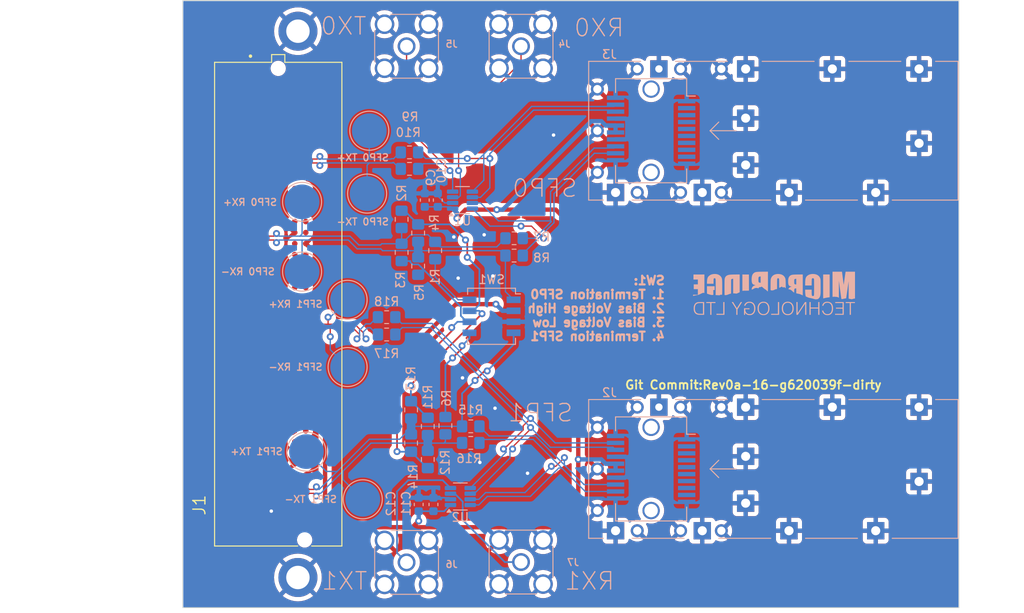
<source format=kicad_pcb>
(kicad_pcb (version 20240108) (generator "pcbnew") (generator_version "8.0")
  (layers (0 "F.Cu" signal) (31 "B.Cu" signal) (34 "B.Paste" user) (35 "F.Paste" user) (36 "B.SilkS" user "B.Silkscreen") (37 "F.SilkS" user "F.Silkscreen") (38 "B.Mask" user) (39 "F.Mask" user) (44 "Edge.Cuts" user))
  (net 0 "")
  (net 34 "/lvds_0_rx_N")
  (net 35 "GND")
  (net 36 "/FMC_LA09_N")
  (net 37 "/lvds_0_tx_N")
  (net 38 "/FMC_LA19_N")
  (net 52 "/FMC_LA19_P")
  (net 56 "/lvds_0_tx_P")
  (net 57 "/lvds_0_rx_P")
  (net 77 "/FMC_LA09_P")
  (net 94 "/lvds_1_rx_P")
  (net 95 "/lvds_1_rx_N")
  (net 96 "/lvds_1_tx_P")
  (net 97 "/lvds_1_tx_N")
  (net 98 "+3.3VA")
  (net 99 "+3V3")
  (net 100 "VADJ")
  (net 111 "/RX0")
  (net 112 "/TX0")
  (net 113 "/TX1")
  (net 114 "/RX1")
  (net 115 "/FMC_LA02_P")
  (net 116 "/FMC_LA02_N")
  (net 117 "/FMC_LA32_P")
  (net 118 "/FMC_LA32_N")
  (net 125 "/bias_hi")
  (net 126 "/bias_lo")
  (net 127 "Net-(R1-Pad1)")
  (net 128 "Net-(R6-Pad1)")
  (footprint "MountingHole:MountingHole_2.7mm_M2.5_ISO14580_Pad" (layer "F.Cu") (at 63.274 48.524)
    (property "Reference" "H1" (hide yes))
    (property "Value" "MountingHole_Pad")
  )
  (footprint "MountingHole:MountingHole_2.7mm_M2.5_ISO14580_Pad" (layer "F.Cu") (at 63.27 111.52)
    (property "Reference" "H2" (hide yes))
    (property "Value" "MountingHole_Pad")
  )
  (footprint "project:SAMTEC_ASP-134604-01" (layer "F.Cu") (at 61 80 90)
    (property "Reference" "J1")
    (property "Value" "ASP-134604-01")
  )
  (footprint "Connector_Coaxial:SMA_Amphenol_132134_Vertical" (layer "B.Cu") (at 89 109.74 180)
    (property "Reference" "J7")
    (property "Value" "132134")
  )
  (footprint "TestPoint:TestPoint_Pad_D4.0mm" (layer "B.Cu") (at 71.25 67.25 180)
    (property "Reference" "TP4" (hide yes))
    (property "Value" "SFP0 TX-")
  )
  (footprint "Resistor_SMD:R_0805_2012Metric_Pad1.20x1.40mm_HandSolder" (layer "B.Cu") (at 80.279 94.013 -90)
    (property "Reference" "R6")
    (property "Value" "100")
  )
  (footprint "TestPoint:TestPoint_Pad_D4.0mm" (layer "B.Cu") (at 63.75 68.2 180)
    (property "Reference" "TP1" (hide yes))
    (property "Value" "SFP0 RX+")
  )
  (footprint "Package_TO_SOT_SMD:SOT-23-8" (layer "B.Cu") (at 82.25 68)
    (property "Reference" "U1")
    (property "Value" "MAX9113EKA_TT")
  )
  (footprint "Resistor_SMD:R_0805_2012Metric_Pad1.20x1.40mm_HandSolder" (layer "B.Cu") (at 77.134996 75.61 -90)
    (property "Reference" "R5")
    (property "Value" "10k")
  )
  (footprint "Connector_Coaxial:SMA_Amphenol_132134_Vertical" (layer "B.Cu") (at 89 50.26 180)
    (property "Reference" "J4")
    (property "Value" "132134")
  )
  (footprint "Resistor_SMD:R_0805_2012Metric_Pad1.20x1.40mm_HandSolder" (layer "B.Cu") (at 76.32 92.191 -90)
    (property "Reference" "R13")
    (property "Value" "10k")
  )
  (footprint "Resistor_SMD:R_0805_2012Metric_Pad1.20x1.40mm_HandSolder" (layer "B.Cu") (at 75.229996 74.032 -90)
    (property "Reference" "R3")
    (property "Value" "10k")
  )
  (footprint "Resistor_SMD:R_0805_2012Metric_Pad1.20x1.40mm_HandSolder" (layer "B.Cu") (at 78.247 97.906 -90)
    (property "Reference" "R12")
    (property "Value" "10k")
  )
  (footprint "Resistor_SMD:R_0805_2012Metric_Pad1.20x1.40mm_HandSolder" (layer "B.Cu") (at 83.2 94.09)
    (property "Reference" "R15")
    (property "Value" "0")
  )
  (footprint "Resistor_SMD:R_0805_2012Metric_Pad1.20x1.40mm_HandSolder" (layer "B.Cu") (at 75.229996 70.222 -90)
    (property "Reference" "R2")
    (property "Value" "10k")
  )
  (footprint "project:SFP_and_Cage" (layer "B.Cu") (at 97.8 99 180)
    (property "Reference" "J2")
    (property "Value" "SFP+")
  )
  (footprint "TestPoint:TestPoint_Pad_D4.0mm" (layer "B.Cu") (at 69 79.5 180)
    (property "Reference" "TP5" (hide yes))
    (property "Value" "SFP1 RX+")
  )
  (footprint "TestPoint:TestPoint_Pad_D4.0mm" (layer "B.Cu") (at 69 87.25 180)
    (property "Reference" "TP6" (hide yes))
    (property "Value" "SFP1 RX-")
  )
  (footprint "Button_Switch_SMD:SW_DIP_SPSTx04_Slide_Copal_CHS-04A_W5.08mm_P1.27mm_JPin" (layer "B.Cu") (at 85.6 81.4 180)
    (property "Reference" "SW1")
    (property "Value" "SW_DIP_x04")
  )
  (footprint "project:SFP_and_Cage" (layer "B.Cu") (at 97.8 60 180)
    (property "Reference" "J3")
    (property "Value" "SFP+")
  )
  (footprint "Resistor_SMD:R_0805_2012Metric_Pad1.20x1.40mm_HandSolder" (layer "B.Cu") (at 76.134996 62.495)
    (property "Reference" "R9")
    (property "Value" "0")
  )
  (footprint "TestPoint:TestPoint_Pad_D4.0mm" (layer "B.Cu") (at 71.5 60 180)
    (property "Reference" "TP3" (hide yes))
    (property "Value" "SFP0 TX+")
  )
  (footprint "Capacitor_SMD:C_0603_1608Metric" (layer "B.Cu") (at 79.4 68 90)
    (property "Reference" "C10")
    (property "Value" "1n")
  )
  (footprint "Resistor_SMD:R_0805_2012Metric_Pad1.20x1.40mm_HandSolder" (layer "B.Cu") (at 76.32 96.017 -90)
    (property "Reference" "R14")
    (property "Value" "10k")
  )
  (footprint "TestPoint:TestPoint_Pad_D4.0mm" (layer "B.Cu") (at 64.25 97 180)
    (property "Reference" "TP7" (hide yes))
    (property "Value" "SFP1 TX+")
  )
  (footprint "Connector_Coaxial:SMA_Amphenol_132134_Vertical" (layer "B.Cu") (at 75.8 50.26 180)
    (property "Reference" "J5")
    (property "Value" "132134")
  )
  (footprint "project:Microridge_logo" (layer "B.Cu") (at 118.15 78.78 180)
    (property "Reference" "G***" (hide yes))
    (property "Value" "LOGO" (hide yes))
  )
  (footprint "Capacitor_SMD:C_0603_1608Metric" (layer "B.Cu") (at 77.2 103.1 90)
    (property "Reference" "C12")
    (property "Value" "1n")
  )
  (footprint "Resistor_SMD:R_0805_2012Metric_Pad1.20x1.40mm_HandSolder" (layer "B.Cu") (at 73.5 83.5)
    (property "Reference" "R17")
    (property "Value" "0")
  )
  (footprint "Resistor_SMD:R_0805_2012Metric_Pad1.20x1.40mm_HandSolder" (layer "B.Cu") (at 77.134996 71.8 -90)
    (property "Reference" "R4")
    (property "Value" "10k")
  )
  (footprint "Capacitor_SMD:C_0603_1608Metric" (layer "B.Cu") (at 77.9 68 90)
    (property "Reference" "C9")
    (property "Value" ".1u")
  )
  (footprint "Resistor_SMD:R_0805_2012Metric_Pad1.20x1.40mm_HandSolder" (layer "B.Cu") (at 73.5 81.5)
    (property "Reference" "R18")
    (property "Value" "0")
  )
  (footprint "TestPoint:TestPoint_Pad_D4.0mm" (layer "B.Cu") (at 70.75 102.5 180)
    (property "Reference" "TP8" (hide yes))
    (property "Value" "SFP1 TX-")
  )
  (footprint "Resistor_SMD:R_0805_2012Metric_Pad1.20x1.40mm_HandSolder" (layer "B.Cu") (at 78.247 94.096 -90)
    (property "Reference" "R11")
    (property "Value" "10k")
  )
  (footprint "Resistor_SMD:R_0805_2012Metric_Pad1.20x1.40mm_HandSolder" (layer "B.Cu") (at 88.2 72.4)
    (property "Reference" "R7")
    (property "Value" "0")
  )
  (footprint "Capacitor_SMD:C_0603_1608Metric" (layer "B.Cu") (at 78.9 103.1 90)
    (property "Reference" "C11")
    (property "Value" ".1u")
  )
  (footprint "Connector_Coaxial:SMA_Amphenol_132134_Vertical" (layer "B.Cu") (at 75.8 109.78 180)
    (property "Reference" "J6")
    (property "Value" "132134")
  )
  (footprint "TestPoint:TestPoint_Pad_D4.0mm" (layer "B.Cu") (at 63.75 76.25)
    (property "Reference" "TP2" (hide yes))
    (property "Value" "SFP0 RX-")
  )
  (footprint "Resistor_SMD:R_0805_2012Metric_Pad1.20x1.40mm_HandSolder" (layer "B.Cu") (at 83.2 96)
    (property "Reference" "R16")
    (property "Value" "0")
  )
  (footprint "Resistor_SMD:R_0805_2012Metric_Pad1.20x1.40mm_HandSolder" (layer "B.Cu") (at 79.099996 73.82 90)
    (property "Reference" "R1")
    (property "Value" "100")
  )
  (footprint "Resistor_SMD:R_0805_2012Metric_Pad1.20x1.40mm_HandSolder" (layer "B.Cu") (at 88.2 74.4)
    (property "Reference" "R8")
    (property "Value" "0")
  )
  (footprint "Resistor_SMD:R_0805_2012Metric_Pad1.20x1.40mm_HandSolder" (layer "B.Cu") (at 76.134996 64.4)
    (property "Reference" "R10")
    (property "Value" "0")
  )
  (footprint "Package_TO_SOT_SMD:SOT-23-8" (layer "B.Cu") (at 81.999996 102.18)
    (property "Reference" "U2")
    (property "Value" "MAX9113EKA_TT")
  )
  (gr_rect (start 50 45) (end 139.5 115) (stroke (width 0.1)) (fill none) (layer "Edge.Cuts"))
  (gr_text "RX1" (at 99.9 113.1 0) (layer "B.SilkS") (effects (font (size 2 2)) (justify left bottom mirror)))
  (gr_text "RX0" (at 101 49.3 0) (layer "B.SilkS") (effects (font (size 2 2)) (justify left bottom mirror)))
  (gr_text "TX1" (at 71.4 113.1 0) (layer "B.SilkS") (effects (font (size 2 2)) (justify left bottom mirror)))
  (gr_text "TX0" (at 71.3 49.1 0) (layer "B.SilkS") (effects (font (size 2 2)) (justify left bottom mirror)))
  (gr_text "SFP1" (at 95.1 93.7 0) (layer "B.SilkS") (effects (font (size 2 2)) (justify left bottom mirror)))
  (gr_text "SW1:\n1. Termination SFP0\n2. Bias Voltage High\n3. Bias Voltage Low\n4. Termination SFP1" (at 105.7 84.3 0) (layer "B.SilkS") (effects (font (size 1 1) (thickness 0.25) (bold yes)) (justify left bottom mirror)))
  (gr_text "SFP0\n" (at 95.6 67.8 0) (layer "B.SilkS") (effects (font (size 2 2)) (justify left bottom mirror)))
  (gr_text "Git Commit:Rev0a-16-g620039f-dirty" (at 100.9 89.9 0) (layer "F.SilkS") (effects (font (size 1 1) (thickness 0.2) (bold yes)) (justify left bottom)))
  (segment (start 90.2 71) (end 91.6 72.4) (width 0.15) (layer "F.Cu") (net 34))
  (segment (start 89 71) (end 90.2 71) (width 0.15) (layer "F.Cu") (net 34))
  (via (at 89 71) (size 0.8) (drill 0.4) (layers "F.Cu" "B.Cu") (net 34))
  (via (at 91.6 72.4) (size 0.8) (drill 0.4) (layers "F.Cu" "B.Cu") (net 34))
  (segment (start 97.458578 62.6) (end 92.8 67.258578) (width 0.15) (layer "B.Cu") (net 34))
  (segment (start 91.6 72.4) (end 91.6 71.8) (width 0.15) (layer "B.Cu") (net 34))
  (segment (start 92.8 70.6) (end 91.6 71.8) (width 0.15) (layer "B.Cu") (net 34))
  (segment (start 89.2 74.2) (end 89.2 74.4) (width 0.15) (layer "B.Cu") (net 34))
  (segment (start 92.8 67.258578) (end 92.8 70.6) (width 0.15) (layer "B.Cu") (net 34))
  (segment (start 91.6 71.8) (end 89.2 74.2) (width 0.15) (layer "B.Cu") (net 34))
  (segment (start 99.9 62.6) (end 97.458578 62.6) (width 0.15) (layer "B.Cu") (net 34))
  (segment (start 83.3875 68.975) (end 85.4125 71) (width 0.15) (layer "B.Cu") (net 34))
  (segment (start 85.4125 71) (end 89 71) (width 0.15) (layer "B.Cu") (net 34))
  (segment (start 57.825 102.225) (end 59.095 100.955) (width 0.25) (layer "F.Cu") (net 35))
  (segment (start 62.2 104.06) (end 62.2 102.93) (width 0.25) (layer "F.Cu") (net 35))
  (segment (start 59.095 103.495) (end 59.83 103.495) (width 0.25) (layer "F.Cu") (net 35))
  (segment (start 64.175 103.495) (end 62.905 102.225) (width 0.2) (layer "F.Cu") (net 35))
  (segment (start 59.83 103.495) (end 60.2 103.865) (width 0.25) (layer "F.Cu") (net 35))
  (segment (start 62.2 102.93) (end 62.905 102.225) (width 0.25) (layer "F.Cu") (net 35))
  (segment (start 57.825 99.685) (end 59.095 100.955) (width 0.25) (layer "F.Cu") (net 35))
  (segment (start 62.905 104.765) (end 62.2 104.06) (width 0.25) (layer "F.Cu") (net 35))
  (via (at 84.75 72) (size 0.8) (drill 0.4) (layers "F.Cu" "B.Cu") (net 35))
  (via (at 89.75 99.5) (size 0.8) (drill 0.4) (layers "F.Cu" "B.Cu") (net 35))
  (via (at 84.25 98.25) (size 0.8) (drill 0.4) (layers "F.Cu" "B.Cu") (net 35))
  (via (at 86 92) (size 0.8) (drill 0.4) (layers "F.Cu" "B.Cu") (net 35))
  (via (at 92.75 60.5) (size 0.8) (drill 0.4) (layers "F.Cu" "B.Cu") (net 35))
  (via (at 81.75 77) (size 0.8) (drill 0.4) (layers "F.Cu" "B.Cu") (net 35))
  (via (at 82.25 88.5) (size 0.8) (drill 0.4) (layers "F.Cu" "B.Cu") (net 35))
  (via (at 85.75 76.75) (size 0.8) (drill 0.4) (layers "F.Cu" "B.Cu") (net 35))
  (via (at 60.2 103.865) (size 0.8) (drill 0.4) (layers "F.Cu" "B.Cu") (net 35))
  (via (at 81.25 72.25) (size 0.8) (drill 0.4) (layers "F.Cu" "B.Cu") (net 35))
  (segment (start 99.9 58.6) (end 101.05 58.6) (width 0.5) (layer "B.Cu") (net 35))
  (segment (start 101.05 61) (end 99.9 61) (width 0.5) (layer "B.Cu") (net 35))
  (segment (start 77.2 102.325) (end 80.682496 102.325) (width 0.2) (layer "B.Cu") (net 35))
  (segment (start 77.9 67.225) (end 79.099997 67.225) (width 0.15) (layer "B.Cu") (net 35))
  (segment (start 101.05 97.6) (end 101.25 97.8) (width 0.5) (layer "B.Cu") (net 35))
  (segment (start 80.199997 68.325) (end 81.1125 68.325) (width 0.15) (layer "B.Cu") (net 35))
  (segment (start 101.25 97.8) (end 101.25 99.75) (width 0.5) (layer "B.Cu") (net 35))
  (segment (start 80.682496 102.325) (end 80.862496 102.505) (width 0.2) (layer "B.Cu") (net 35))
  (segment (start 101.25 99.75) (end 101 100) (width 0.5) (layer "B.Cu") (net 35))
  (segment (start 79.099997 67.225) (end 80.199997 68.325) (width 0.15) (layer "B.Cu") (net 35))
  (segment (start 101.25 60.8) (end 101.05 61) (width 0.5) (layer "B.Cu") (net 35))
  (segment (start 101.05 58.6) (end 101.25 58.8) (width 0.5) (layer "B.Cu") (net 35))
  (segment (start 101 100) (end 99.9 100) (width 0.5) (layer "B.Cu") (net 35))
  (segment (start 101.25 58.8) (end 101.25 60.8) (width 0.5) (layer "B.Cu") (net 35))
  (segment (start 99.9 97.6) (end 101.05 97.6) (width 0.5) (layer "B.Cu") (net 35))
  (segment (start 60.500001 72.605001) (end 60.8 72.905) (width 0.15) (layer "F.Cu") (net 36))
  (segment (start 59.504999 72.605001) (end 60.500001 72.605001) (width 0.15) (layer "F.Cu") (net 36))
  (segment (start 59.095 73.015) (end 59.504999 72.605001) (width 0.15) (layer "F.Cu") (net 36))
  (via (at 60.8 72.905) (size 0.8) (drill 0.4) (layers "F.Cu" "B.Cu") (net 36))
  (segment (start 77.134996 72.8) (end 77.134996 74.61) (width 1) (layer "B.Cu") (net 36))
  (segment (start 69.086801 72.605001) (end 70.1068 73.625) (width 0.15) (layer "B.Cu") (net 36))
  (segment (start 86.632 73.832) (end 87.2 74.4) (width 0.15) (layer "B.Cu") (net 36))
  (segment (start 61.099999 72.605001) (end 63.75 72.605001) (width 0.15) (layer "B.Cu") (net 36))
  (segment (start 73.032 73.832) (end 86.632 73.832) (width 0.15) (layer "B.Cu") (net 36))
  (segment (start 60.8 72.905) (end 61.099999 72.605001) (width 0.15) (layer "B.Cu") (net 36))
  (segment (start 72.825 73.625) (end 73.032 73.832) (width 0.15) (layer "B.Cu") (net 36))
  (segment (start 87.2 78.555) (end 88.14 79.495) (width 0.15) (layer "B.Cu") (net 36))
  (segment (start 63.75 72.605001) (end 69.086801 72.605001) (width 0.15) (layer "B.Cu") (net 36))
  (segment (start 87.2 74.4) (end 87.2 78.555) (width 0.15) (layer "B.Cu") (net 36))
  (segment (start 70.1068 73.625) (end 72.825 73.625) (width 0.15) (layer "B.Cu") (net 36))
  (segment (start 63.75 76.25) (end 63.75 72.605001) (width 0.15) (layer "B.Cu") (net 36))
  (segment (start 83.611912 63.8) (end 84.705956 62.705956) (width 0.15) (layer "B.Cu") (net 37))
  (segment (start 77.134996 64.4) (end 77.734996 63.8) (width 0.15) (layer "B.Cu") (net 37))
  (segment (start 99.9 57) (end 99.7 57.2) (width 0.15) (layer "B.Cu") (net 37))
  (segment (start 77.734996 63.8) (end 83.611912 63.8) (width 0.15) (layer "B.Cu") (net 37))
  (segment (start 99.7 57.2) (end 90.211912 57.2) (width 0.15) (layer "B.Cu") (net 37))
  (segment (start 84.705956 65.706544) (end 84.705956 62.705956) (width 0.15) (layer "B.Cu") (net 37))
  (segment (start 90.211912 57.2) (end 84.705956 62.705956) (width 0.15) (layer "B.Cu") (net 37))
  (segment (start 83.3875 67.025) (end 84.705956 65.706544) (width 0.15) (layer "B.Cu") (net 37))
  (segment (start 69.646801 82.765001) (end 70.374999 83.493199) (width 0.15) (layer "F.Cu") (net 38))
  (segment (start 67 83.75) (end 67 82.765001) (width 0.15) (layer "F.Cu") (net 38))
  (segment (start 64.584999 82.765001) (end 67 82.765001) (width 0.15) (layer "F.Cu") (net 38))
  (segment (start 67 82.765001) (end 69.646801 82.765001) (width 0.15) (layer "F.Cu") (net 38))
  (segment (start 70.374999 83.700001) (end 70.075 84) (width 0.15) (layer "F.Cu") (net 38))
  (segment (start 70.374999 83.493199) (end 70.374999 83.700001) (width 0.15) (layer "F.Cu") (net 38))
  (segment (start 64.175 83.175) (end 64.584999 82.765001) (width 0.15) (layer "F.Cu") (net 38))
  (via (at 70.075 84) (size 0.8) (drill 0.4) (layers "F.Cu" "B.Cu") (net 38))
  (via (at 67 83.75) (size 0.8) (drill 0.4) (layers "F.Cu" "B.Cu") (net 38))
  (segment (start 69 87.25) (end 67 85.25) (width 0.15) (layer "B.Cu") (net 38))
  (segment (start 70.374999 83.700001) (end 70.374999 83.006801) (width 0.15) (layer "B.Cu") (net 38))
  (segment (start 72.4 81.5) (end 72.5 81.5) (width 0.15) (layer "B.Cu") (net 38))
  (segment (start 71.625 82.275) (end 72.4 81.5) (width 0.15) (layer "B.Cu") (net 38))
  (segment (start 70.374999 83.006801) (end 71.1068 82.275) (width 0.15) (layer "B.Cu") (net 38))
  (segment (start 67 85.25) (end 67 83.75) (width 0.15) (layer "B.Cu") (net 38))
  (segment (start 70.075 84) (end 70.374999 83.700001) (width 0.15) (layer "B.Cu") (net 38))
  (segment (start 71.1068 82.275) (end 71.625 82.275) (width 0.15) (layer "B.Cu") (net 38))
  (segment (start 66.75 82.314999) (end 69.833199 82.314999) (width 0.15) (layer "F.Cu") (net 52))
  (segment (start 64.175 81.905) (end 64.584999 82.314999) (width 0.15) (layer "F.Cu") (net 52))
  (segment (start 70.825001 83.700001) (end 71.125 84) (width 0.15) (layer "F.Cu") (net 52))
  (segment (start 64.584999 82.314999) (end 66.75 82.314999) (width 0.15) (layer "F.Cu") (net 52))
  (segment (start 69.833199 82.314999) (end 70.825001 83.306801) (width 0.15) (layer "F.Cu") (net 52))
  (segment (start 70.825001 83.306801) (end 70.825001 83.700001) (width 0.15) (layer "F.Cu") (net 52))
  (segment (start 66.75 81.5) (end 66.75 82.314999) (width 0.15) (layer "F.Cu") (net 52))
  (via (at 66.75 81.5) (size 0.8) (drill 0.4) (layers "F.Cu" "B.Cu") (net 52))
  (via (at 71.125 84) (size 0.8) (drill 0.4) (layers "F.Cu" "B.Cu") (net 52))
  (segment (start 69 79.5) (end 67 81.5) (width 0.15) (layer "B.Cu") (net 52))
  (segment (start 67 81.5) (end 66.75 81.5) (width 0.15) (layer "B.Cu") (net 52))
  (segment (start 71.625 82.725) (end 72.4 83.5) (width 0.15) (layer "B.Cu") (net 52))
  (segment (start 70.825001 83.193199) (end 71.2932 82.725) (width 0.15) (layer "B.Cu") (net 52))
  (segment (start 71.125 84) (end 70.825001 83.700001) (width 0.15) (layer "B.Cu") (net 52))
  (segment (start 72.4 83.5) (end 72.5 83.5) (width 0.15) (layer "B.Cu") (net 52))
  (segment (start 71.2932 82.725) (end 71.625 82.725) (width 0.15) (layer "B.Cu") (net 52))
  (segment (start 70.825001 83.700001) (end 70.825001 83.193199) (width 0.15) (layer "B.Cu") (net 52))
  (segment (start 82.8 63.2) (end 85.4 63.2) (width 0.15) (layer "F.Cu") (net 56))
  (via (at 82.8 63.2) (size 0.8) (drill 0.4) (layers "F.Cu" "B.Cu") (net 56))
  (via (at 85.4 63.2) (size 0.8) (drill 0.4) (layers "F.Cu" "B.Cu") (net 56))
  (segment (start 90.436912 57.625) (end 85.530956 62.530956) (width 0.15) (layer "B.Cu") (net 56))
  (segment (start 85.4 66.6) (end 84.325 67.675) (width 0.15) (layer "B.Cu") (net 56))
  (segment (start 78 63.2) (end 82.8 63.2) (width 0.15) (layer "B.Cu") (net 56))
  (segment (start 84.325 67.675) (end 83.3875 67.675) (width 0.15) (layer "B.Cu") (net 56))
  (segment (start 99.725 57.625) (end 90.436912 57.625) (width 0.15) (layer "B.Cu") (net 56))
  (segment (start 85.4 62.661912) (end 85.530956 62.530956) (width 0.15) (layer "B.Cu") (net 56))
  (segment (start 77.134996 62.495) (end 77.295 62.495) (width 0.15) (layer "B.Cu") (net 56))
  (segment (start 77.295 62.495) (end 78 63.2) (width 0.15) (layer "B.Cu") (net 56))
  (segment (start 85.4 63.2) (end 85.4 62.661912) (width 0.15) (layer "B.Cu") (net 56))
  (segment (start 85.4 63.2) (end 85.4 66.6) (width 0.15) (layer "B.Cu") (net 56))
  (segment (start 99.9 57.8) (end 99.725 57.625) (width 0.15) (layer "B.Cu") (net 56))
  (segment (start 92.4 67.02221) (end 92.4 70.4) (width 0.15) (layer "B.Cu") (net 57))
  (segment (start 92.481802 70.481802) (end 90.563603 72.4) (width 0.15) (layer "B.Cu") (net 57))
  (segment (start 92.4 70.4) (end 92.481802 70.481802) (width 0.15) (layer "B.Cu") (net 57))
  (segment (start 86.4 70.4) (end 92.4 70.4) (width 0.15) (layer "B.Cu") (net 57))
  (segment (start 97.42221 62) (end 92.4 67.02221) (width 0.15) (layer "B.Cu") (net 57))
  (segment (start 90.563603 72.4) (end 89.2 72.4) (width 0.15) (layer "B.Cu") (net 57))
  (segment (start 83.3875 68.325) (end 84.325 68.325) (width 0.15) (layer "B.Cu") (net 57))
  (segment (start 99.7 62) (end 97.42221 62) (width 0.15) (layer "B.Cu") (net 57))
  (segment (start 99.9 61.8) (end 99.7 62) (width 0.15) (layer "B.Cu") (net 57))
  (segment (start 84.325 68.325) (end 86.4 70.4) (width 0.15) (layer "B.Cu") (net 57))
  (segment (start 60.500001 72.154999) (end 60.8 71.855) (width 0.15) (layer "F.Cu") (net 77))
  (segment (start 59.504999 72.154999) (end 60.500001 72.154999) (width 0.15) (layer "F.Cu") (net 77))
  (segment (start 59.095 71.745) (end 59.504999 72.154999) (width 0.15) (layer "F.Cu") (net 77))
  (via (at 60.8 71.855) (size 0.8) (drill 0.4) (layers "F.Cu" "B.Cu") (net 77))
  (segment (start 75.229996 71.222) (end 75.229996 73.032) (width 0.15) (layer "B.Cu") (net 77))
  (segment (start 63.75 71.904999) (end 63.5 72.154999) (width 0.15) (layer "B.Cu") (net 77))
  (segment (start 60.8 71.855) (end 61.099999 72.154999) (width 0.15) (layer "B.Cu") (net 77))
  (segment (start 69.273199 72.154999) (end 70.2932 73.175) (width 0.15) (layer "B.Cu") (net 77))
  (segment (start 61.099999 72.154999) (end 63.5 72.154999) (width 0.15) (layer "B.Cu") (net 77))
  (segment (start 63.5 72.154999) (end 69.273199 72.154999) (width 0.15) (layer "B.Cu") (net 77))
  (segment (start 79.679996 73.4) (end 86.2 73.4) (width 0.15) (layer "B.Cu") (net 77))
  (segment (start 70.2932 73.175) (end 72.8 73.175) (width 0.15) (layer "B.Cu") (net 77))
  (segment (start 72.943 73.032) (end 72.8 73.175) (width 0.15) (layer "B.Cu") (net 77))
  (segment (start 86.2 73.4) (end 87.2 72.4) (width 0.15) (layer "B.Cu") (net 77))
  (segment (start 76.261996 72) (end 78.279996 72) (width 0.15) (layer "B.Cu") (net 77))
  (segment (start 63.75 68.2) (end 63.75 71.904999) (width 0.15) (layer "B.Cu") (net 77))
  (segment (start 78.279996 72) (end 79.099996 72.82) (width 0.15) (layer "B.Cu") (net 77))
  (segment (start 75.229996 73.032) (end 76.261996 72) (width 0.15) (layer "B.Cu") (net 77))
  (segment (start 75.229996 73.032) (end 72.943 73.032) (width 0.15) (layer "B.Cu") (net 77))
  (segment (start 79.099996 72.82) (end 79.679996 73.4) (width 0.15) (layer "B.Cu") (net 77))
  (segment (start 92.5 98.7) (end 93 98.7) (width 0.15) (layer "F.Cu") (net 94))
  (segment (start 93 98.7) (end 94 97.7) (width 0.15) (layer "F.Cu") (net 94))
  (via (at 94 97.7) (size 0.8) (drill 0.4) (layers "F.Cu" "B.Cu") (net 94))
  (via (at 92.5 98.7) (size 0.8) (drill 0.4) (layers "F.Cu" "B.Cu") (net 94))
  (segment (start 89.45678 101.72502) (end 92.4409 98.7409) (width 0.15) (layer "B.Cu") (net 94))
  (segment (start 83.137496 102.505) (end 84.131247 102.505) (width 0.15) (layer "B.Cu") (net 94))
  (segment (start 92.4409 98.7409) (end 92.5818 98.6) (width 0.15) (layer "B.Cu") (net 94))
  (segment (start 96.257536 100.8) (end 99.9 100.8) (width 0.15) (layer "B.Cu") (net 94))
  (segment (start 85.31 95.2) (end 90.657536 95.2) (width 0.15) (layer "B.Cu") (net 94))
  (segment (start 92.5 98.6818) (end 92.5 98.7) (width 0.15) (layer "B.Cu") (net 94))
  (segment (start 92.5818 98.6) (end 92.5 98.6818) (width 0.15) (layer "B.Cu") (net 94))
  (segment (start 94 98.542464) (end 94.178768 98.721232) (width 0.15) (layer "B.Cu") (net 94))
  (segment (start 84.911227 101.72502) (end 89.45678 101.72502) (width 0.15) (layer "B.Cu") (net 94))
  (segment (start 94 97.7) (end 94 98.542464) (width 0.15) (layer "B.Cu") (net 94))
  (segment (start 90.657536 95.2) (end 94.178768 98.721232) (width 0.15) (layer "B.Cu") (net 94))
  (segment (start 84.131247 102.505) (end 84.911227 101.72502) (width 0.15) (layer "B.Cu") (net 94))
  (segment (start 84.2 94.09) (end 85.31 95.2) (width 0.15) (layer "B.Cu") (net 94))
  (segment (start 94.178768 98.721232) (end 96.257536 100.8) (width 0.15) (layer "B.Cu") (net 94))
  (segment (start 90.4 95.6) (end 93.7 98.9) (width 0.15) (layer "B.Cu") (net 95))
  (segment (start 84.131247 103.155) (end 85.111247 102.175) (width 0.15) (layer "B.Cu") (net 95))
  (segment (start 85.111247 102.175) (end 90.072068 102.175) (width 0.15) (layer "B.Cu") (net 95))
  (segment (start 84.2 96) (end 84.6 95.6) (width 0.15) (layer "B.Cu") (net 95))
  (segment (start 83.137496 103.155) (end 84.131247 103.155) (width 0.15) (layer "B.Cu") (net 95))
  (segment (start 93.7 98.9) (end 93.347068 98.9) (width 0.15) (layer "B.Cu") (net 95))
  (segment (start 90.072068 102.175) (end 92.938847 99.308221) (width 0.15) (layer "B.Cu") (net 95))
  (segment (start 84.6 95.6) (end 90.4 95.6) (width 0.15) (layer "B.Cu") (net 95))
  (segment (start 96.4 101.6) (end 99.9 101.6) (width 0.15) (layer "B.Cu") (net 95))
  (segment (start 93.347068 98.9) (end 92.938847 99.308221) (width 0.15) (layer "B.Cu") (net 95))
  (segment (start 93.7 98.9) (end 96.4 101.6) (width 0.15) (layer "B.Cu") (net 95))
  (segment (start 88.025 96.7) (end 88.025 96.475) (width 0.15) (layer "F.Cu") (net 96))
  (segment (start 88.025 96.475) (end 90.1 94.4) (width 0.15) (layer "F.Cu") (net 96))
  (segment (start 90.1 94.4) (end 90.1 94.225) (width 0.15) (layer "F.Cu") (net 96))
  (via (at 90.1 94.225) (size 0.8) (drill 0.4) (layers "F.Cu" "B.Cu") (net 96))
  (via (at 88.025 96.7) (size 0.8) (drill 0.4) (layers "F.Cu" "B.Cu") (net 96))
  (segment (start 92.3818 96.5) (end 78.5818 82.7) (width 0.15) (layer "B.Cu") (net 96))
  (segment (start 75.3 82.7) (end 74.6 83.4) (width 0.15) (layer "B.Cu") (net 96))
  (segment (start 83.337496 101.655) (end 83.81308 101.655) (width 0.15) (layer "B.Cu") (net 96))
  (segment (start 78.5818 82.7) (end 75.3 82.7) (width 0.15) (layer "B.Cu") (net 96))
  (segment (start 99.9 96.8) (end 99.6 96.5) (width 0.15) (layer "B.Cu") (net 96))
  (segment (start 83.81308 101.655) (end 87.725001 97.743079) (width 0.15) (layer "B.Cu") (net 96))
  (segment (start 87.725001 96.999999) (end 88.025 96.7) (width 0.15) (layer "B.Cu") (net 96))
  (segment (start 99.6 96.5) (end 92.3818 96.5) (width 0.15) (layer "B.Cu") (net 96))
  (segment (start 87.725001 97.743079) (end 87.725001 96.999999) (width 0.15) (layer "B.Cu") (net 96))
  (segment (start 83.137496 101.855) (end 83.337496 101.655) (width 0.15) (layer "B.Cu") (net 96))
  (segment (start 87.349999 96.400001) (end 89.25 94.5) (width 0.15) (layer "F.Cu") (net 97))
  (segment (start 89.25 94.5) (end 89.25 94.025) (width 0.15) (layer "F.Cu") (net 97))
  (segment (start 87.274999 96.400001) (end 87.349999 96.400001) (width 0.15) (layer "F.Cu") (net 97))
  (segment (start 86.975 96.7) (end 87.274999 96.400001) (width 0.15) (layer "F.Cu") (net 97))
  (segment (start 89.25 94.025) (end 90.1 93.175) (width 0.15) (layer "F.Cu") (net 97))
  (via (at 90.1 93.175) (size 0.8) (drill 0.4) (layers "F.Cu" "B.Cu") (net 97))
  (via (at 86.975 96.7) (size 0.8) (drill 0.4) (layers "F.Cu" "B.Cu") (net 97))
  (segment (start 92.935661 96) (end 90.410661 93.475) (width 0.15) (layer "B.Cu") (net 97))
  (segment (start 87.274999 97.0811) (end 87.274999 96.999999) (width 0.15) (layer "B.Cu") (net 97))
  (segment (start 87.274999 96.999999) (end 86.975 96.7) (width 0.15) (layer "B.Cu") (net 97))
  (segment (start 83.151099 101.205) (end 87.274999 97.0811) (width 0.15) (layer "B.Cu") (net 97))
  (segment (start 78.7407 82.2225) (end 75.2225 82.2225) (width 0.15) (layer "B.Cu") (net 97))
  (segment (start 75.2225 82.2225) (end 74.6 81.6) (width 0.15) (layer "B.Cu") (net 97))
  (segment (start 83.137496 101.205) (end 83.151099 101.205) (width 0.15) (layer "B.Cu") (net 97))
  (segment (start 74.6 81.6) (end 74.6 81.495) (width 0.15) (layer "B.Cu") (net 97))
  (segment (start 99.9 96) (end 92.935661 96) (width 0.15) (layer "B.Cu") (net 97))
  (segment (start 89.9932 93.475) (end 78.7407 82.2225) (width 0.15) (layer "B.Cu") (net 97))
  (segment (start 90.410661 93.475) (end 89.9932 93.475) (width 0.15) (layer "B.Cu") (net 97))
  (segment (start 59.095 102.225) (end 57.825 103.495) (width 0.5) (layer "F.Cu") (net 99))
  (segment (start 93 69.1) (end 86.2 69.1) (width 0.5) (layer "F.Cu") (net 99))
  (segment (start 59.843 100.433) (end 59.095 99.685) (width 0.5) (layer "F.Cu") (net 99))
  (segment (start 76.475 105.725) (end 77.2 105) (width 0.5) (layer "F.Cu") (net 99))
  (segment (start 82.6 69.1) (end 81.6 70.1) (width 0.5) (layer "F.Cu") (net 99))
  (segment (start 73.9 105.725) (end 76.475 105.725) (width 0.5) (layer "F.Cu") (net 99))
  (segment (start 94.1 69.6) (end 93.5 69.6) (width 0.5) (layer "F.Cu") (net 99))
  (segment (start 59.843 101.477) (end 59.843 100.433) (width 0.5) (layer "F.Cu") (net 99))
  (segment (start 61.165 104.765) (end 62 105.6) (width 0.5) (layer "F.Cu") (net 99))
  (segment (start 61.895 105.725) (end 73.9 105.725) (width 0.5) (layer "F.Cu") (net 99))
  (segment (start 62 105.62) (end 61.895 105.725) (width 0.5) (layer "F.Cu") (net 99))
  (segment (start 59.095 104.765) (end 61.165 104.765) (width 0.5) (layer "F.Cu") (net 99))
  (segment (start 95.6 71.1) (end 94.1 69.6) (width 0.5) (layer "F.Cu") (net 99))
  (segment (start 62 105.6) (end 62 105.62) (width 0.5) (layer "F.Cu") (net 99))
  (segment (start 57.825 103.495) (end 59.095 104.765) (width 0.5) (layer "F.Cu") (net 99))
  (segment (start 86.2 69.1) (end 82.6 69.1) (width 0.5) (layer "F.Cu") (net 99))
  (segment (start 95.6 97.9) (end 95.6 103.9) (width 0.5) (layer "F.Cu") (net 99))
  (segment (start 95.6 103.9) (end 93.775 105.725) (width 0.5) (layer "F.Cu") (net 99))
  (segment (start 93.775 105.725) (end 73.9 105.725) (width 0.5) (layer "F.Cu") (net 99))
  (segment (start 93.5 69.6) (end 93 69.1) (width 0.5) (layer "F.Cu") (net 99))
  (segment (start 59.095 102.225) (end 59.843 101.477) (width 0.5) (layer "F.Cu") (net 99))
  (segment (start 95.6 97.9) (end 95.6 71.1) (width 0.5) (layer "F.Cu") (net 99))
  (via (at 86.2 69.1) (size 0.8) (drill 0.4) (layers "F.Cu" "B.Cu") (net 99))
  (via (at 81.6 70.1) (size 0.8) (drill 0.4) (layers "F.Cu" "B.Cu") (net 99))
  (via (at 77.2 105) (size 0.8) (drill 0.4) (layers "F.Cu" "B.Cu") (net 99))
  (via (at 95.6 97.9) (size 0.8) (drill 0.4) (layers "F.Cu" "B.Cu") (net 99))
  (segment (start 81.6 70.1) (end 81.6 69.4625) (width 0.5) (layer "B.Cu") (net 99))
  (segment (start 87.7 68.3) (end 86.9 69.1) (width 0.5) (layer "B.Cu") (net 99))
  (segment (start 80.9125 68.775) (end 81.1125 68.975) (width 0.15) (layer "B.Cu") (net 99))
  (segment (start 86.9 69.1) (end 86.2 69.1) (width 0.5) (layer "B.Cu") (net 99))
  (segment (start 99.9 98.4) (end 98.755635 98.4) (width 0.5) (layer "B.Cu") (net 99))
  (segment (start 99.9 60.2) (end 99.9 59.4) (width 0.5) (layer "B.Cu") (net 99))
  (segment (start 77.2 103.875) (end 77.2 105) (width 0.5) (layer "B.Cu") (net 99))
  (segment (start 98.255635 97.9) (end 95.6 97.9) (width 0.5) (layer "B.Cu") (net 99))
  (segment (start 99.9 59.4) (end 98.755635 59.4) (width 0.5) (layer "B.Cu") (net 99))
  (segment (start 81.6 69.4625) (end 81.1125 68.975) (width 0.5) (layer "B.Cu") (net 99))
  (segment (start 80.142496 103.875) (end 80.862496 103.155) (width 0.2) (layer "B.Cu") (net 99))
  (segment (start 98.255635 58.9) (end 97.1 58.9) (width 0.5) (layer "B.Cu") (net 99))
  (segment (start 98.755635 98.4) (end 98.255635 97.9) (width 0.5) (layer "B.Cu") (net 99))
  (segment (start 99.9 98.4) (end 99.9 99.2) (width 0.5) (layer "B.Cu") (net 99))
  (segment (start 77.2 103.875) (end 80.142496 103.875) (width 0.2) (layer "B.Cu") (net 99))
  (segment (start 98.755635 59.4) (end 98.255635 58.9) (width 0.5) (layer "B.Cu") (net 99))
  (segment (start 77.9 68.775) (end 80.9125 68.775) (width 0.15) (layer "B.Cu") (net 99))
  (segment (start 97.1 58.9) (end 87.7 68.3) (width 0.5) (layer "B.Cu") (net 99))
  (segment (start 64.49 105.08) (end 66.1 105.08) (width 0.5) (layer "F.Cu") (net 100))
  (segment (start 66.4 95.1) (end 80.2 81.3) (width 0.5) (layer "F.Cu") (net 100))
  (segment (start 62.905 103.495) (end 64.175 104.765) (width 0.5) (layer "F.Cu") (net 100))
  (segment (start 66.1 105.08) (end 66.4 104.78) (width 0.5) (layer "F.Cu") (net 100))
  (segment (start 64.175 104.765) (end 64.49 105.08) (width 0.5) (layer "F.Cu") (net 100))
  (segment (start 81.5 80) (end 86.1 80) (width 0.5) (layer "F.Cu") (net 100))
  (segment (start 66.4 104.78) (end 66.4 99.956156) (width 0.5) (layer "F.Cu") (net 100))
  (segment (start 80.2 81.3) (end 81.5 80) (width 0.5) (layer "F.Cu") (net 100))
  (segment (start 66.4 99.956156) (end 66.4 95.1) (width 0.5) (layer "F.Cu") (net 100))
  (via (at 86.1 80) (size 0.8) (drill 0.4) (layers "F.Cu" "B.Cu") (net 100))
  (segment (start 86.865 80.765) (end 88.14 80.765) (width 0.5) (layer "B.Cu") (net 100))
  (segment (start 86.1 80) (end 86.865 80.765) (width 0.5) (layer "B.Cu") (net 100))
  (segment (start 81.8 59.298478) (end 89 52.098478) (width 0.15) (layer "F.Cu") (net 111))
  (segment (start 89 52.098478) (end 89 50.26) (width 0.15) (layer "F.Cu") (net 111))
  (segment (start 81.8 64.6) (end 81.8 59.298478) (width 0.15) (layer "F.Cu") (net 111))
  (via (at 81.8 64.6) (size 0.8) (drill 0.4) (layers "F.Cu" "B.Cu") (net 111))
  (segment (start 82 67.5) (end 82 64.8) (width 0.15) (layer "B.Cu") (net 111))
  (segment (start 81.825 67.675) (end 82 67.5) (width 0.15) (layer "B.Cu") (net 111))
  (segment (start 81.1125 67.675) (end 81.825 67.675) (width 0.15) (layer "B.Cu") (net 111))
  (segment (start 82 64.8) (end 81.8 64.6) (width 0.15) (layer "B.Cu") (net 111))
  (segment (start 80.8 64.6) (end 75.8 59.6) (width 0.15) (layer "F.Cu") (net 112))
  (segment (start 75.8 59.6) (end 75.8 50.26) (width 0.15) (layer "F.Cu") (net 112))
  (via (at 80.8 64.6) (size 0.8) (drill 0.4) (layers "F.Cu" "B.Cu") (net 112))
  (segment (start 81.1125 64.9125) (end 80.8 64.6) (width 0.15) (layer "B.Cu") (net 112))
  (segment (start 81.1125 67.025) (end 81.1125 64.9125) (width 0.15) (layer "B.Cu") (net 112))
  (segment (start 74.7 108.68) (end 75.8 109.78) (width 0.2) (layer "B.Cu") (net 113))
  (segment (start 76 100.3) (end 74.7 101.6) (width 0.2) (layer "B.Cu") (net 113))
  (segment (start 79.957496 100.3) (end 76 100.3) (width 0.2) (layer "B.Cu") (net 113))
  (segment (start 74.7 101.6) (end 74.7 108.68) (width 0.2) (layer "B.Cu") (net 113))
  (segment (start 80.862496 101.205) (end 79.957496 100.3) (width 0.2) (layer "B.Cu") (net 113))
  (segment (start 87.126167 109.74) (end 89 109.74) (width 0.2) (layer "B.Cu") (net 114))
  (segment (start 81.361912 101.855) (end 82.274996 102.768084) (width 0.2) (layer "B.Cu") (net 114))
  (segment (start 80.862496 101.855) (end 81.361912 101.855) (width 0.2) (layer "B.Cu") (net 114))
  (segment (start 82.274996 104.888829) (end 87.126167 109.74) (width 0.2) (layer "B.Cu") (net 114))
  (segment (start 82.274996 102.768084) (end 82.274996 104.888829) (width 0.2) (layer "B.Cu") (net 114))
  (segment (start 64.175 62.855) (end 64.584999 63.264999) (width 0.15) (layer "F.Cu") (net 115))
  (segment (start 65.500001 63.264999) (end 65.8 62.965) (width 0.15) (layer "F.Cu") (net 115))
  (segment (start 64.584999 63.264999) (end 65.500001 63.264999) (width 0.15) (layer "F.Cu") (net 115))
  (via (at 65.8 62.965) (size 0.8) (drill 0.4) (layers "F.Cu" "B.Cu") (net 115))
  (segment (start 65.8 62.965) (end 66.1 63.265) (width 0.15) (layer "B.Cu") (net 115))
  (segment (start 71.5 60) (end 71.5 63.265) (width 0.15) (layer "B.Cu") (net 115))
  (segment (start 71.5 63.265) (end 74 63.265) (width 0.15) (layer "B.Cu") (net 115))
  (segment (start 74 63.265) (end 74.0425 63.2225) (width 0.15) (layer "B.Cu") (net 115))
  (segment (start 74.0425 63.2225) (end 74.307496 63.2225) (width 0.15) (layer "B.Cu") (net 115))
  (segment (start 75.034996 62.495) (end 75.134996 62.495) (width 0.15) (layer "B.Cu") (net 115))
  (segment (start 66.1 63.265) (end 71.5 63.265) (width 0.15) (layer "B.Cu") (net 115))
  (segment (start 74.307496 63.2225) (end 75.034996 62.495) (width 0.15) (layer "B.Cu") (net 115))
  (segment (start 65.500001 63.715001) (end 65.8 64.015) (width 0.15) (layer "F.Cu") (net 116))
  (segment (start 64.175 64.125) (end 64.584999 63.715001) (width 0.15) (layer "F.Cu") (net 116))
  (segment (start 64.584999 63.715001) (end 65.500001 63.715001) (width 0.15) (layer "F.Cu") (net 116))
  (via (at 65.8 64.015) (size 0.8) (drill 0.4) (layers "F.Cu" "B.Cu") (net 116))
  (segment (start 74.172206 63.715) (end 74.214706 63.6725) (width 0.15) (layer "B.Cu") (net 116))
  (segment (start 71.25 63.965) (end 71.5 63.715) (width 0.15) (layer "B.Cu") (net 116))
  (segment (start 74.214706 63.6725) (end 74.307496 63.6725) (width 0.15) (layer "B.Cu") (net 116))
  (segment (start 71.25 67.25) (end 71.25 63.965) (width 0.15) (layer "B.Cu") (net 116))
  (segment (start 74.307496 63.6725) (end 75.034996 64.4) (width 0.15) (layer "B.Cu") (net 116))
  (segment (start 71.5 63.715) (end 74.172206 63.715) (width 0.15) (layer "B.Cu") (net 116))
  (segment (start 65.8 64.015) (end 66.1 63.715) (width 0.15) (layer "B.Cu") (net 116))
  (segment (start 66.1 63.715) (end 71.5 63.715) (width 0.15) (layer "B.Cu") (net 116))
  (segment (start 75.034996 64.4) (end 75.134996 64.4) (width 0.15) (layer "B.Cu") (net 116))
  (segment (start 64.175 100.955) (end 64.584999 101.364999) (width 0.15) (layer "F.Cu") (net 117))
  (segment (start 84.8 87.7) (end 83.7 88.8) (width 0.2) (layer "F.Cu") (net 117))
  (segment (start 85.1 87.7) (end 84.8 87.7) (width 0.2) (layer "F.Cu") (net 117))
  (segment (start 65.100001 101.364999) (end 65.4 101.065) (width 0.15) (layer "F.Cu") (net 117))
  (segment (start 64.584999 101.364999) (end 65.100001 101.364999) (width 0.15) (layer "F.Cu") (net 117))
  (via (at 83.7 88.8) (size 0.8) (drill 0.4) (layers "F.Cu" "B.Cu") (net 117))
  (via (at 65.4 101.065) (size 0.8) (drill 0.4) (layers "F.Cu" "B.Cu") (net 117))
  (via (at 85.1 87.7) (size 0.8) (drill 0.4) (layers "F.Cu" "B.Cu") (net 117))
  (segment (start 83.7 88.8) (end 82.2 90.3) (width 0.2) (layer "B.Cu") (net 117))
  (segment (start 88.14 83.305) (end 88.14 84.66) (width 0.2) (layer "B.Cu") (net 117))
  (segment (start 67.7909 99.2909) (end 71.5068 95.575) (width 0.15) (layer "B.Cu") (net 117))
  (segment (start 66.5409 99.2909) (end 67.7909 99.2909) (width 0.15) (layer "B.Cu") (net 117))
  (segment (start 71.5068 95.575) (end 75 95.575) (width 0.15) (layer "B.Cu") (net 117))
  (segment (start 76.32 93.191) (end 76.32 95.017) (width 1) (layer "B.Cu") (net 117))
  (segment (start 82.2 94.09) (end 76.485 94.09) (width 0.15) (layer "B.Cu") (net 117))
  (segment (start 65.716801 101.364999) (end 67.7909 99.2909) (width 0.15) (layer "B.Cu") (net 117))
  (segment (start 76.485 94.09) (end 75 95.575) (width 0.15) (layer "B.Cu") (net 117))
  (segment (start 88.14 84.66) (end 85.1 87.7) (width 0.2) (layer "B.Cu") (net 117))
  (segment (start 65.4 101.065) (end 65.699999 101.364999) (width 0.15) (layer "B.Cu") (net 117))
  (segment (start 64.25 97) (end 66.5409 99.2909) (width 0.15) (layer "B.Cu") (net 117))
  (segment (start 65.699999 101.364999) (end 65.716801 101.364999) (width 0.15) (layer "B.Cu") (net 117))
  (segment (start 82.2 90.3) (end 82.2 94.09) (width 0.2) (layer "B.Cu") (net 117))
  (segment (start 65.100001 101.815001) (end 65.4 102.115) (width 0.15) (layer "F.Cu") (net 118))
  (segment (start 64.584999 101.815001) (end 65.100001 101.815001) (width 0.15) (layer "F.Cu") (net 118))
  (segment (start 64.175 102.225) (end 64.584999 101.815001) (width 0.15) (layer "F.Cu") (net 118))
  (via (at 65.4 102.115) (size 0.8) (drill 0.4) (layers "F.Cu" "B.Cu") (net 118))
  (segment (start 68.4841 99.2341) (end 71.6932 96.025) (width 0.15) (layer "B.Cu") (net 118))
  (segment (start 70.75 102.5) (end 68.4841 100.2341) (width 0.15) (layer "B.Cu") (net 118))
  (segment (start 80.1 96.025) (end 81.625 96.025) (width 0.15) (layer "B.Cu") (net 118))
  (segment (start 80.279 95.013) (end 80.279 95.846) (width 0.15) (layer "B.Cu") (net 118))
  (segment (start 75 96.025) (end 80.1 96.025) (width 0.15) (layer "B.Cu") (net 118))
  (segment (start 68.4841 100.2341) (end 68.4841 99.2341) (width 0.15) (layer "B.Cu") (net 118))
  (segment (start 78.247 95.096) (end 78.247 96.906) (width 1) (layer "B.Cu") (net 118))
  (segment (start 80.279 95.846) (end 80.1 96.025) (width 0.15) (layer "B.Cu") (net 118))
  (segment (start 65.699999 101.815001) (end 65.903199 101.815001) (width 0.15) (layer "B.Cu") (net 118))
  (segment (start 65.903199 101.815001) (end 68.4841 99.2341) (width 0.15) (layer "B.Cu") (net 118))
  (segment (start 65.4 102.115) (end 65.699999 101.815001) (width 0.15) (layer "B.Cu") (net 118))
  (segment (start 71.6932 96.025) (end 75 96.025) (width 0.15) (layer "B.Cu") (net 118))
  (segment (start 81.625 96.025) (end 82.2 96.6) (width 0.15) (layer "B.Cu") (net 118))
  (segment (start 82.8 74.6) (end 82.8 72.8) (width 0.2) (layer "F.Cu") (net 125))
  (segment (start 84.5 81.1) (end 76.3 89.3) (width 0.2) (layer "F.Cu") (net 125))
  (segment (start 82.8 72.8) (end 82.6 72.6) (width 0.2) (layer "F.Cu") (net 125))
  (segment (start 76.3 89.3) (end 76.3 89.4) (width 0.2) (layer "F.Cu") (net 125))
  (via (at 84.5 81.1) (size 0.8) (drill 0.4) (layers "F.Cu" "B.Cu") (net 125))
  (via (at 82.8 74.6) (size 0.8) (drill 0.4) (layers "F.Cu" "B.Cu") (net 125))
  (via (at 82.6 72.6) (size 0.8) (drill 0.4) (layers "F.Cu" "B.Cu") (net 125))
  (via (at 76.3 89.4) (size 0.8) (drill 0.4) (layers "F.Cu" "B.Cu") (net 125))
  (segment (start 78.247 93.096) (end 76.342 91.191) (width 0.2) (layer "B.Cu") (net 125))
  (segment (start 75.229996 69.222) (end 75.556996 69.222) (width 0.2) (layer "B.Cu") (net 125))
  (segment (start 84.165 80.765) (end 84.5 81.1) (width 0.2) (layer "B.Cu") (net 125))
  (segment (start 83.06 80.765) (end 83.48 80.765) (width 0.2) (layer "B.Cu") (net 125))
  (segment (start 76.342 91.191) (end 76.32 91.191) (width 0.2) (layer "B.Cu") (net 125))
  (segment (start 76.3 89.4) (end 76.3 91.171) (width 0.2) (layer "B.Cu") (net 125))
  (segment (start 83.06 80.765) (end 84.165 80.765) (width 0.2) (layer "B.Cu") (net 125))
  (segment (start 75.556996 69.222) (end 77.134996 70.8) (width 0.2) (layer "B.Cu") (net 125))
  (segment (start 80.8 70.8) (end 77.134996 70.8) (width 0.2) (layer "B.Cu") (net 125))
  (segment (start 84.2 80.045) (end 84.2 76) (width 0.2) (layer "B.Cu") (net 125))
  (segment (start 76.3 91.171) (end 76.32 91.191) (width 0.2) (layer "B.Cu") (net 125))
  (segment (start 82.6 72.6) (end 80.8 70.8) (width 0.2) (layer "B.Cu") (net 125))
  (segment (start 83.48 80.765) (end 84.2 80.045) (width 0.2) (layer "B.Cu") (net 125))
  (segment (start 84.2 76) (end 82.8 74.6) (width 0.2) (layer "B.Cu") (net 125))
  (segment (start 81 83.1) (end 81 82.7) (width 0.2) (layer "F.Cu") (net 126))
  (segment (start 74.7 89.4) (end 75.6 88.5) (width 0.2) (layer "F.Cu") (net 126))
  (segment (start 75.6 88.5) (end 81 83.1) (width 0.2) (layer "F.Cu") (net 126))
  (segment (start 74.7 97) (end 74.7 89.4) (width 0.2) (layer "F.Cu") (net 126))
  (via (at 81 82.7) (size 0.8) (drill 0.4) (layers "F.Cu" "B.Cu") (net 126))
  (via (at 74.7 97) (size 0.8) (drill 0.4) (layers "F.Cu" "B.Cu") (net 126))
  (segment (start 78.209 98.906) (end 76.32 97.017) (width 0.2) (layer "B.Cu") (net 126))
  (segment (start 76.32 97.017) (end 74.717 97.017) (width 0.2) (layer "B.Cu") (net 126))
  (segment (start 75.229996 75.032) (end 75.556996 75.032) (width 0.2) (layer "B.Cu") (net 126))
  (segment (start 82.06 81.345) (end 82.75 82.035) (width 0.2) (layer "B.Cu") (net 126))
  (segment (start 82.75 82.035) (end 83.06 82.035) (width 0.2) (layer "B.Cu") (net 126))
  (segment (start 74.717 97.017) (end 74.7 97) (width 0.2) (layer "B.Cu") (net 126))
  (segment (start 75.229996 75.032) (end 76.234996 75.032) (width 0.2) (layer "B.Cu") (net 126))
  (segment (start 81.665 82.035) (end 83.06 82.035) (width 0.2) (layer "B.Cu") (net 126))
  (segment (start 81 82.7) (end 81.665 82.035) (width 0.2) (layer "B.Cu") (net 126))
  (segment (start 76.491672 75.41) (end 77.16 75.41) (width 0.2) (layer "B.Cu") (net 126))
  (segment (start 82.06 80.31) (end 82.06 81.345) (width 0.2) (layer "B.Cu") (net 126))
  (segment (start 76.234996 75.153324) (end 76.491672 75.41) (width 0.2) (layer "B.Cu") (net 126))
  (segment (start 76.234996 75.032) (end 76.234996 75.153324) (width 0.2) (layer "B.Cu") (net 126))
  (segment (start 77.16 75.41) (end 82.06 80.31) (width 0.2) (layer "B.Cu") (net 126))
  (segment (start 78.247 98.906) (end 78.209 98.906) (width 0.2) (layer "B.Cu") (net 126))
  (segment (start 79.099996 76.849996) (end 81.745 79.495) (width 0.15) (layer "B.Cu") (net 127))
  (segment (start 81.745 79.495) (end 83.06 79.495) (width 0.15) (layer "B.Cu") (net 127))
  (segment (start 79.099996 74.82) (end 79.099996 76.849996) (width 0.15) (layer "B.Cu") (net 127))
  (segment (start 82.2 85.1) (end 81.1 86.2) (width 0.2) (layer "F.Cu") (net 128))
  (segment (start 82.2 84.8) (end 82.2 85.1) (width 0.2) (layer "F.Cu") (net 128))
  (via (at 82.2 84.8) (size 0.8) (drill 0.4) (layers "F.Cu" "B.Cu") (net 128))
  (via (at 81.1 86.2) (size 0.8) (drill 0.4) (layers "F.Cu" "B.Cu") (net 128))
  (segment (start 81.1 86.2) (end 80.279 87.021) (width 0.2) (layer "B.Cu") (net 128))
  (segment (start 80.279 87.021) (end 80.279 93.013) (width 0.2) (layer "B.Cu") (net 128))
  (segment (start 83.06 83.94) (end 82.2 84.8) (width 0.2) (layer "B.Cu") (net 128))
  (segment (start 83.06 83.305) (end 83.06 83.94) (width 0.2) (layer "B.Cu") (net 128))
  (zone (net 35) (net_name "GND") (layers "F&B.Cu") (connect_pads (clearance 0.508)) (min_thickness 0.25) (fill yes (thermal_gap 0.5) (thermal_bridge_width 0.5))
    (polygon (pts (xy 50 45) (xy 50 115) (xy 140 115) (xy 140 45)))
  )
)
</source>
